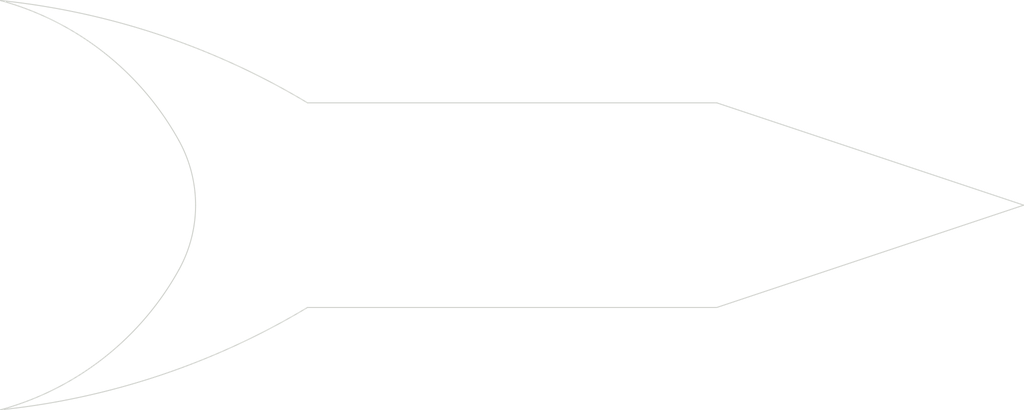
<source format=kicad_pcb>
(kicad_pcb (version 4) (host pcbnew 4.0.4-stable)

  (general
    (links 0)
    (no_connects 0)
    (area 40.681999 120.837999 148.282001 225.938001)
    (thickness 1.6)
    (drawings 10)
    (tracks 0)
    (zones 0)
    (modules 0)
    (nets 1)
  )

  (page USLetter)
  (layers
    (0 F.Cu signal)
    (31 B.Cu signal)
    (32 B.Adhes user)
    (33 F.Adhes user)
    (34 B.Paste user)
    (35 F.Paste user)
    (36 B.SilkS user)
    (37 F.SilkS user)
    (38 B.Mask user)
    (39 F.Mask user)
    (40 Dwgs.User user)
    (41 Cmts.User user)
    (42 Eco1.User user)
    (43 Eco2.User user)
    (44 Edge.Cuts user)
    (45 Margin user)
    (46 B.CrtYd user)
    (47 F.CrtYd user)
    (48 B.Fab user)
    (49 F.Fab user)
  )

  (setup
    (last_trace_width 0.25)
    (trace_clearance 0.2)
    (zone_clearance 0.508)
    (zone_45_only no)
    (trace_min 0.2)
    (segment_width 0.2)
    (edge_width 0.15)
    (via_size 0.6)
    (via_drill 0.4)
    (via_min_size 0.4)
    (via_min_drill 0.3)
    (uvia_size 0.3)
    (uvia_drill 0.1)
    (uvias_allowed no)
    (uvia_min_size 0.2)
    (uvia_min_drill 0.1)
    (pcb_text_width 0.3)
    (pcb_text_size 1.5 1.5)
    (mod_edge_width 0.15)
    (mod_text_size 1 1)
    (mod_text_width 0.15)
    (pad_size 1.524 1.524)
    (pad_drill 0.762)
    (pad_to_mask_clearance 0.2)
    (aux_axis_origin 76.2 127)
    (grid_origin 76.2 127)
    (visible_elements 7FFFFFFF)
    (pcbplotparams
      (layerselection 0x00030_80000001)
      (usegerberextensions false)
      (excludeedgelayer true)
      (linewidth 0.100000)
      (plotframeref false)
      (viasonmask false)
      (mode 1)
      (useauxorigin false)
      (hpglpennumber 1)
      (hpglpenspeed 20)
      (hpglpendiameter 15)
      (hpglpenoverlay 2)
      (psnegative false)
      (psa4output false)
      (plotreference true)
      (plotvalue true)
      (plotinvisibletext false)
      (padsonsilk false)
      (subtractmaskfromsilk false)
      (outputformat 1)
      (mirror false)
      (drillshape 1)
      (scaleselection 1)
      (outputdirectory ""))
  )

  (net 0 "")

  (net_class Default "This is the default net class."
    (clearance 0.2)
    (trace_width 0.25)
    (via_dia 0.6)
    (via_drill 0.4)
    (uvia_dia 0.3)
    (uvia_drill 0.1)
  )

  (gr_arc (start 82.204512 107.348) (end 93.60343 113.665518) (angle -28.9961351) (layer Edge.Cuts) (width 0.1))
  (gr_arc (start 68.672 99.848) (end 76.172 127.348) (angle -45.74874896) (layer Edge.Cuts) (width 0.1))
  (gr_arc (start 68.672 54.848) (end 76.172 127.348) (angle -25.05761542) (layer Edge.Cuts) (width 0.1))
  (gr_arc (start 82.204512 107.348) (end 95.237024 107.348) (angle -28.9961351) (layer Edge.Cuts) (width 0.1))
  (gr_arc (start 68.672 114.848) (end 93.60343 101.030483) (angle -45.74874896) (layer Edge.Cuts) (width 0.1))
  (gr_arc (start 68.672 159.848) (end 106.172 97.348) (angle -25.05761542) (layer Edge.Cuts) (width 0.1))
  (gr_line (start 146.172 97.348) (end 106.172 97.348) (layer Edge.Cuts) (width 0.1))
  (gr_line (start 176.172 107.348) (end 146.172 97.348) (layer Edge.Cuts) (width 0.1))
  (gr_line (start 146.172 117.348) (end 176.172 107.348) (layer Edge.Cuts) (width 0.1))
  (gr_line (start 106.172 117.348) (end 146.172 117.348) (layer Edge.Cuts) (width 0.1))

)

</source>
